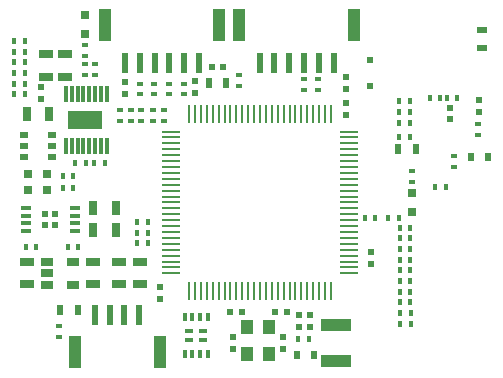
<source format=gbr>
G04 #@! TF.FileFunction,Paste,Top*
%FSLAX46Y46*%
G04 Gerber Fmt 4.6, Leading zero omitted, Abs format (unit mm)*
G04 Created by KiCad (PCBNEW 4.0.7-e2-6376~58~ubuntu16.04.1) date Mon Mar 12 00:56:02 2018*
%MOMM*%
%LPD*%
G01*
G04 APERTURE LIST*
%ADD10C,0.100000*%
%ADD11R,0.600000X0.700000*%
%ADD12R,1.300000X0.700000*%
%ADD13R,0.800000X0.800000*%
%ADD14R,0.700000X0.510000*%
%ADD15R,0.350000X0.650000*%
%ADD16R,0.720000X0.465000*%
%ADD17R,0.300000X1.400000*%
%ADD18R,2.850000X1.650000*%
%ADD19R,1.060000X0.650000*%
%ADD20R,0.890000X0.420000*%
%ADD21R,0.504000X0.564000*%
%ADD22R,0.700000X1.300000*%
%ADD23R,0.500000X0.500000*%
%ADD24R,0.600000X1.800000*%
%ADD25R,1.000000X2.800000*%
%ADD26R,2.500000X1.000000*%
%ADD27R,0.400000X0.550000*%
%ADD28O,0.250000X1.550000*%
%ADD29O,1.550000X0.250000*%
%ADD30R,1.050000X1.300000*%
%ADD31R,0.500000X0.600000*%
%ADD32R,0.600000X0.500000*%
%ADD33R,0.600000X0.900000*%
%ADD34R,0.550000X0.500000*%
%ADD35R,0.900000X0.600000*%
%ADD36R,0.600000X0.400000*%
%ADD37R,0.400000X0.600000*%
G04 APERTURE END LIST*
D10*
D11*
X68100000Y-32550000D03*
X66700000Y-32550000D03*
D12*
X36900000Y-41400000D03*
X36900000Y-43300000D03*
D13*
X61700000Y-37200000D03*
X61700000Y-35600000D03*
D14*
X28840000Y-30650000D03*
X28840000Y-31600000D03*
X28840000Y-32550000D03*
X31160000Y-32550000D03*
X31160000Y-31600000D03*
X31160000Y-30650000D03*
D13*
X33940000Y-22120000D03*
X33940000Y-20520000D03*
D15*
X44375000Y-46137500D03*
X43725000Y-46137500D03*
X43075000Y-46137500D03*
X42425000Y-46137500D03*
X42425000Y-49237500D03*
X43075000Y-49237500D03*
X43725000Y-49237500D03*
X44375000Y-49237500D03*
D16*
X42800000Y-48075000D03*
X44000000Y-48075000D03*
X42800000Y-47300000D03*
X44000000Y-47300000D03*
D11*
X53350000Y-49300000D03*
X51950000Y-49300000D03*
D17*
X32350000Y-31650000D03*
X32850000Y-31650000D03*
X33350000Y-31650000D03*
X33850000Y-31650000D03*
X34350000Y-31650000D03*
X34350000Y-27250000D03*
X33850000Y-27250000D03*
X33350000Y-27250000D03*
X32850000Y-27250000D03*
X32350000Y-27250000D03*
X34850000Y-31650000D03*
X35350000Y-31650000D03*
X35850000Y-31650000D03*
X34850000Y-27250000D03*
X35350000Y-27250000D03*
X35850000Y-27250000D03*
D18*
X34000000Y-29450000D03*
D19*
X30800000Y-41450000D03*
X30800000Y-42400000D03*
X30800000Y-43350000D03*
X33000000Y-43350000D03*
X33000000Y-41450000D03*
D20*
X28945000Y-36875000D03*
X28945000Y-37525000D03*
X28945000Y-38175000D03*
X28945000Y-38825000D03*
X33155000Y-38825000D03*
X33155000Y-38175000D03*
X33155000Y-37525000D03*
X33155000Y-36875000D03*
D21*
X31470000Y-38320000D03*
X31470000Y-37380000D03*
X30630000Y-38320000D03*
X30630000Y-37380000D03*
D22*
X29050000Y-28900000D03*
X30950000Y-28900000D03*
D13*
X29150000Y-34000000D03*
X30750000Y-34000000D03*
X29150000Y-35375000D03*
X30750000Y-35375000D03*
D23*
X58100000Y-26500000D03*
X58100000Y-24300000D03*
D24*
X34825000Y-45900000D03*
X36075000Y-45900000D03*
X37325000Y-45900000D03*
X38575000Y-45900000D03*
D25*
X40300000Y-49100000D03*
X33100000Y-49100000D03*
D24*
X43625000Y-24600000D03*
X42375000Y-24600000D03*
X41125000Y-24600000D03*
X39875000Y-24600000D03*
X38625000Y-24600000D03*
X37375000Y-24600000D03*
D25*
X35650000Y-21400000D03*
X45350000Y-21400000D03*
D24*
X55025000Y-24600000D03*
X53775000Y-24600000D03*
X52525000Y-24600000D03*
X51275000Y-24600000D03*
X50025000Y-24600000D03*
X48775000Y-24600000D03*
D25*
X47050000Y-21400000D03*
X56750000Y-21400000D03*
D26*
X55200000Y-46800000D03*
X55200000Y-49800000D03*
D27*
X63150000Y-27550000D03*
X64050000Y-27550000D03*
D28*
X42800000Y-43925000D03*
X43300000Y-43925000D03*
X43800000Y-43925000D03*
X44300000Y-43925000D03*
X44800000Y-43925000D03*
X45300000Y-43925000D03*
X45800000Y-43925000D03*
X46300000Y-43925000D03*
X46800000Y-43925000D03*
X47300000Y-43925000D03*
X47800000Y-43925000D03*
X48300000Y-43925000D03*
X48800000Y-43925000D03*
X49300000Y-43925000D03*
X49800000Y-43925000D03*
X50300000Y-43925000D03*
X50800000Y-43925000D03*
X51300000Y-43925000D03*
X51800000Y-43925000D03*
X52300000Y-43925000D03*
X52800000Y-43925000D03*
X53300000Y-43925000D03*
X53800000Y-43925000D03*
X54300000Y-43925000D03*
X54800000Y-43925000D03*
D29*
X56325000Y-42400000D03*
X56325000Y-41900000D03*
X56325000Y-41400000D03*
X56325000Y-40900000D03*
X56325000Y-40400000D03*
X56325000Y-39900000D03*
X56325000Y-39400000D03*
X56325000Y-38900000D03*
X56325000Y-38400000D03*
X56325000Y-37900000D03*
X56325000Y-37400000D03*
X56325000Y-36900000D03*
X56325000Y-36400000D03*
X56325000Y-35900000D03*
X56325000Y-35400000D03*
X56325000Y-34900000D03*
X56325000Y-34400000D03*
X56325000Y-33900000D03*
X56325000Y-33400000D03*
X56325000Y-32900000D03*
X56325000Y-32400000D03*
X56325000Y-31900000D03*
X56325000Y-31400000D03*
X56325000Y-30900000D03*
X56325000Y-30400000D03*
D28*
X54800000Y-28875000D03*
X54300000Y-28875000D03*
X53800000Y-28875000D03*
X53300000Y-28875000D03*
X52800000Y-28875000D03*
X52300000Y-28875000D03*
X51800000Y-28875000D03*
X51300000Y-28875000D03*
X50800000Y-28875000D03*
X50300000Y-28875000D03*
X49800000Y-28875000D03*
X49300000Y-28875000D03*
X48800000Y-28875000D03*
X48300000Y-28875000D03*
X47800000Y-28875000D03*
X47300000Y-28875000D03*
X46800000Y-28875000D03*
X46300000Y-28875000D03*
X45800000Y-28875000D03*
X45300000Y-28875000D03*
X44800000Y-28875000D03*
X44300000Y-28875000D03*
X43800000Y-28875000D03*
X43300000Y-28875000D03*
X42800000Y-28875000D03*
D29*
X41275000Y-30400000D03*
X41275000Y-30900000D03*
X41275000Y-31400000D03*
X41275000Y-31900000D03*
X41275000Y-32400000D03*
X41275000Y-32900000D03*
X41275000Y-33400000D03*
X41275000Y-33900000D03*
X41275000Y-34400000D03*
X41275000Y-34900000D03*
X41275000Y-35400000D03*
X41275000Y-35900000D03*
X41275000Y-36400000D03*
X41275000Y-36900000D03*
X41275000Y-37400000D03*
X41275000Y-37900000D03*
X41275000Y-38400000D03*
X41275000Y-38900000D03*
X41275000Y-39400000D03*
X41275000Y-39900000D03*
X41275000Y-40400000D03*
X41275000Y-40900000D03*
X41275000Y-41400000D03*
X41275000Y-41900000D03*
X41275000Y-42400000D03*
D30*
X47675000Y-46950000D03*
X49525000Y-49250000D03*
X49525000Y-46950000D03*
X47675000Y-49250000D03*
D31*
X46300000Y-45700000D03*
X47300000Y-45700000D03*
D32*
X52100000Y-46950000D03*
X52100000Y-45950000D03*
X53050000Y-46950000D03*
X53050000Y-45950000D03*
X58200000Y-40600000D03*
X58200000Y-41600000D03*
X56100000Y-28000000D03*
X56100000Y-29000000D03*
X43300000Y-26150000D03*
X43300000Y-27150000D03*
X40350000Y-43600000D03*
X40350000Y-44600000D03*
D22*
X34700000Y-36900000D03*
X36600000Y-36900000D03*
X34700000Y-38750000D03*
X36600000Y-38750000D03*
D31*
X50050000Y-45700000D03*
X51050000Y-45700000D03*
D33*
X62000000Y-31900000D03*
X60500000Y-31900000D03*
X44450000Y-26300000D03*
X45950000Y-26300000D03*
D12*
X29100000Y-41400000D03*
X29100000Y-43300000D03*
D32*
X46500000Y-48775000D03*
X46500000Y-47775000D03*
X50750000Y-47775000D03*
X50750000Y-48775000D03*
X37400000Y-27200000D03*
X37400000Y-26200000D03*
D12*
X34700000Y-41400000D03*
X34700000Y-43300000D03*
X38600000Y-41400000D03*
X38600000Y-43300000D03*
D32*
X67300000Y-28700000D03*
X67300000Y-27700000D03*
D34*
X64900000Y-28375000D03*
D32*
X64900000Y-29375000D03*
D35*
X67600000Y-21800000D03*
X67600000Y-23300000D03*
D33*
X33350000Y-45500000D03*
X31850000Y-45500000D03*
D32*
X30250000Y-27600000D03*
X30250000Y-26600000D03*
D12*
X30690000Y-23840000D03*
X30690000Y-25740000D03*
X32300000Y-23870000D03*
X32300000Y-25770000D03*
D31*
X44700000Y-24900000D03*
X45700000Y-24900000D03*
D32*
X56100000Y-25800000D03*
X56100000Y-26800000D03*
D36*
X47000000Y-26550000D03*
X47000000Y-25650000D03*
D37*
X60550000Y-37700000D03*
X59650000Y-37700000D03*
D36*
X61700000Y-33750000D03*
X61700000Y-34650000D03*
D37*
X34050000Y-33050000D03*
X33150000Y-33050000D03*
X34750000Y-33050000D03*
X35650000Y-33050000D03*
X32500000Y-40150000D03*
X33400000Y-40150000D03*
X28950000Y-40150000D03*
X29850000Y-40150000D03*
D36*
X33950000Y-25600000D03*
X33950000Y-24700000D03*
X34850000Y-25600000D03*
X34850000Y-24700000D03*
D37*
X57650000Y-37700000D03*
X58550000Y-37700000D03*
X38400000Y-38050000D03*
X39300000Y-38050000D03*
X52050000Y-48000000D03*
X52950000Y-48000000D03*
D36*
X40650000Y-29500000D03*
X40650000Y-28600000D03*
X39750000Y-29500000D03*
X39750000Y-28600000D03*
X38750000Y-29500000D03*
X38750000Y-28600000D03*
X37850000Y-29500000D03*
X37850000Y-28600000D03*
X36950000Y-29500000D03*
X36950000Y-28600000D03*
D37*
X32100000Y-34200000D03*
X33000000Y-34200000D03*
X32100000Y-35150000D03*
X33000000Y-35150000D03*
D36*
X65225000Y-33375000D03*
X65225000Y-32475000D03*
D37*
X64550000Y-35100000D03*
X63650000Y-35100000D03*
D36*
X33970000Y-23970000D03*
X33970000Y-23070000D03*
D37*
X28000000Y-22750000D03*
X28900000Y-22750000D03*
X28000000Y-23650000D03*
X28900000Y-23650000D03*
X28000000Y-26350000D03*
X28900000Y-26350000D03*
X28000000Y-24550000D03*
X28900000Y-24550000D03*
X28000000Y-25450000D03*
X28900000Y-25450000D03*
X28000000Y-27250000D03*
X28900000Y-27250000D03*
D36*
X67250000Y-30700000D03*
X67250000Y-29800000D03*
D37*
X65500000Y-27550000D03*
X64600000Y-27550000D03*
X61525000Y-39450000D03*
X60625000Y-39450000D03*
X61525000Y-40350000D03*
X60625000Y-40350000D03*
X60600000Y-30825000D03*
X61500000Y-30825000D03*
D36*
X38600000Y-26350000D03*
X38600000Y-27250000D03*
X39850000Y-26350000D03*
X39850000Y-27250000D03*
X41100000Y-26350000D03*
X41100000Y-27250000D03*
X42350000Y-26350000D03*
X42350000Y-27250000D03*
D37*
X61525000Y-38550000D03*
X60625000Y-38550000D03*
X61525000Y-41250000D03*
X60625000Y-41250000D03*
X61525000Y-42150000D03*
X60625000Y-42150000D03*
X61525000Y-43950000D03*
X60625000Y-43950000D03*
X61500000Y-27850000D03*
X60600000Y-27850000D03*
D36*
X31800000Y-47750000D03*
X31800000Y-46850000D03*
D37*
X61500000Y-29650000D03*
X60600000Y-29650000D03*
X61500000Y-28750000D03*
X60600000Y-28750000D03*
X39300000Y-39850000D03*
X38400000Y-39850000D03*
X39300000Y-38950000D03*
X38400000Y-38950000D03*
X61525000Y-43050000D03*
X60625000Y-43050000D03*
X61525000Y-44850000D03*
X60625000Y-44850000D03*
X61550000Y-45750000D03*
X60650000Y-45750000D03*
X61550000Y-46700000D03*
X60650000Y-46700000D03*
D36*
X52500000Y-25950000D03*
X52500000Y-26850000D03*
X53750000Y-25950000D03*
X53750000Y-26850000D03*
M02*

</source>
